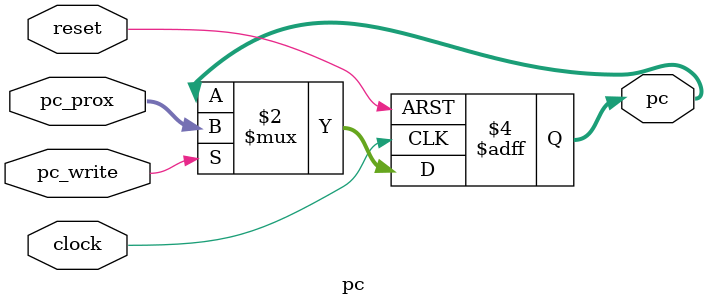
<source format=v>
module pc(
    input wire clock,
    input wire reset, pc_write,
    input wire [31:0] pc_prox, 
    output reg [31:0] pc
);

    always @(posedge clock or posedge reset) begin
        if (reset)
            pc <= 0;
        else if (pc_write)
            pc <= pc_prox;
    end

endmodule
</source>
